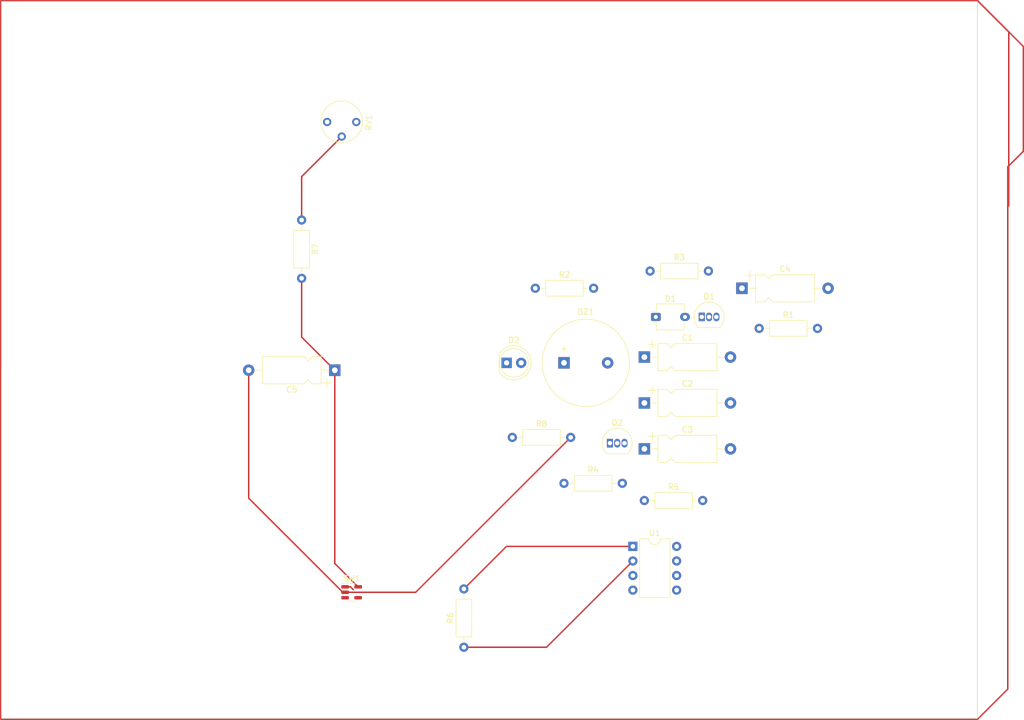
<source format=kicad_pcb>
(kicad_pcb (version 20211014) (generator pcbnew)
  (title_block (title "gammaray2usb") (date "2021-12-27") (rev "0.2x") (company "Fort Sand, Inc."))
  (layers (0 "F.Cu" signal) (31 "B.Cu" signal) (34 "B.Paste" user) (35 "F.Paste" user) (36 "B.SilkS" user "B.Silkscreen") (37 "F.SilkS" user "F.Silkscreen") (38 "B.Mask" user) (39 "F.Mask" user) (44 "Edge.Cuts" user))
  (net 0 "")
  (net 1 "Net-(BZ1-Pad1)")
  (net 2 "GND")
  (net 3 "Net-(C1-Pad1)")
  (net 4 "Net-(C2-Pad1)")
  (net 5 "+9V")
  (net 6 "Net-(C4-Pad1)")
  (net 7 "Net-(C5-Pad1)")
  (net 8 "Net-(D1-Pad2)")
  (net 9 "Net-(D2-Pad2)")
  (net 10 "Net-(Q1-Pad3)")
  (net 11 "Net-(Q2-Pad1)")
  (net 12 "Net-(R5-Pad1)")
  (net 13 "Net-(R6-Pad2)")
  (net 14 "Net-(R7-Pad1)")
  (net 15 "GNDREF")
  (footprint "Resistor_THT:R_Axial_DIN0207_L6.3mm_D2.5mm_P10.16mm_Horizontal" (layer "F.Cu") (at 163 85)
    (fp_text reference "R2" (at 5.08 -2.37) (layer "F.SilkS"))
    (fp_text value "1.5M")
    (fp_line (start 1.81 1.37) (end 8.35 1.37) (layer "F.SilkS") (width 0.12))
    (fp_line (start 1.04 0) (end 1.81 0) (layer "F.SilkS") (width 0.12))
    (fp_line (start 1.81 -1.37) (end 1.81 1.37) (layer "F.SilkS") (width 0.12))
    (fp_line (start 9.12 0) (end 8.35 0) (layer "F.SilkS") (width 0.12))
    (fp_line (start 8.35 1.37) (end 8.35 -1.37) (layer "F.SilkS") (width 0.12))
    (fp_line (start 8.35 -1.37) (end 1.81 -1.37) (layer "F.SilkS") (width 0.12))
    (pad "1" thru_hole circle locked (at 0 0) (size 1.6 1.6) (drill 0.8) (layers *.Cu *.Mask) (net 3 "Net-(C1-Pad1)"))
    (pad "2" thru_hole oval locked (at 10.16 0) (size 1.6 1.6) (drill 0.8) (layers *.Cu *.Mask) (net 11 "Net-(Q2-Pad1)"))
  )
  (footprint "Package_DIP:DIP-8_W7.62mm" (layer "F.Cu") (at 180 130)
    (fp_text reference "U1" (at 3.81 -2.33) (layer "F.SilkS"))
    (fp_text value "LM358")
    (fp_line (start 2.81 -1.33) (end 1.16 -1.33) (layer "F.SilkS") (width 0.12))
    (fp_line (start 6.46 8.95) (end 6.46 -1.33) (layer "F.SilkS") (width 0.12))
    (fp_line (start 6.46 -1.33) (end 4.81 -1.33) (layer "F.SilkS") (width 0.12))
    (fp_line (start 1.16 8.95) (end 6.46 8.95) (layer "F.SilkS") (width 0.12))
    (fp_line (start 1.16 -1.33) (end 1.16 8.95) (layer "F.SilkS") (width 0.12))
    (fp_arc (start 4.81 -1.33) (mid 3.81 -0.33) (end 2.81 -1.33) (layer "F.SilkS") (width 0.12))
    (pad "1" thru_hole rect locked (at 0 0) (size 1.6 1.6) (drill 0.8) (layers *.Cu *.Mask) (net 13 "Net-(R6-Pad2)"))
    (pad "2" thru_hole oval locked (at 0 2.54) (size 1.6 1.6) (drill 0.8) (layers *.Cu *.Mask) (net 12 "Net-(R5-Pad1)"))
    (pad "3" thru_hole oval locked (at 0 5.08) (size 1.6 1.6) (drill 0.8) (layers *.Cu *.Mask) (net 10 "Net-(Q1-Pad3)"))
    (pad "4" thru_hole oval locked (at 0 7.62) (size 1.6 1.6) (drill 0.8) (layers *.Cu *.Mask))
    (pad "5" thru_hole oval locked (at 7.62 7.62) (size 1.6 1.6) (drill 0.8) (layers *.Cu *.Mask))
    (pad "6" thru_hole oval locked (at 7.62 5.08) (size 1.6 1.6) (drill 0.8) (layers *.Cu *.Mask))
    (pad "7" thru_hole oval locked (at 7.62 2.54) (size 1.6 1.6) (drill 0.8) (layers *.Cu *.Mask))
    (pad "8" thru_hole oval locked (at 7.62 0) (size 1.6 1.6) (drill 0.8) (layers *.Cu *.Mask))
  )
  (footprint "Capacitor_THT:CP_Axial_L10.0mm_D4.5mm_P15.00mm_Horizontal" (layer "F.Cu") (at 182 105)
    (fp_text reference "C2" (at 7.5 -3.37) (layer "F.SilkS"))
    (fp_text value "100 uF")
    (fp_line (start 2.38 2.37) (end 3.88 2.37) (layer "F.SilkS") (width 0.12))
    (fp_line (start 5.38 -2.37) (end 12.62 -2.37) (layer "F.SilkS") (width 0.12))
    (fp_line (start 1.24 0) (end 2.38 0) (layer "F.SilkS") (width 0.12))
    (fp_line (start 0.63 -2.2) (end 2.13 -2.2) (layer "F.SilkS") (width 0.12))
    (fp_line (start 1.38 -2.95) (end 1.38 -1.45) (layer "F.SilkS") (width 0.12))
    (fp_line (start 2.38 -2.37) (end 3.88 -2.37) (layer "F.SilkS") (width 0.12))
    (fp_line (start 4.63 1.62) (end 5.38 2.37) (layer "F.SilkS") (width 0.12))
    (fp_line (start 3.88 -2.37) (end 4.63 -1.62) (layer "F.SilkS") (width 0.12))
    (fp_line (start 4.63 -1.62) (end 5.38 -2.37) (layer "F.SilkS") (width 0.12))
    (fp_line (start 12.62 -2.37) (end 12.62 2.37) (layer "F.SilkS") (width 0.12))
    (fp_line (start 13.76 0) (end 12.62 0) (layer "F.SilkS") (width 0.12))
    (fp_line (start 2.38 -2.37) (end 2.38 2.37) (layer "F.SilkS") (width 0.12))
    (fp_line (start 3.88 2.37) (end 4.63 1.62) (layer "F.SilkS") (width 0.12))
    (fp_line (start 5.38 2.37) (end 12.62 2.37) (layer "F.SilkS") (width 0.12))
    (pad "1" thru_hole rect locked (at 0 0) (size 2 2) (drill 1) (layers *.Cu *.Mask) (net 4 "Net-(C2-Pad1)"))
    (pad "2" thru_hole oval locked (at 15 0) (size 2 2) (drill 1) (layers *.Cu *.Mask) (net 2 "GND"))
  )
  (footprint "Resistor_THT:R_Axial_DIN0207_L6.3mm_D2.5mm_P10.16mm_Horizontal" (layer "F.Cu") (at 182 122)
    (fp_text reference "R5" (at 5.08 -2.37) (layer "F.SilkS"))
    (fp_text value "1k")
    (fp_line (start 1.81 -1.37) (end 1.81 1.37) (layer "F.SilkS") (width 0.12))
    (fp_line (start 8.35 1.37) (end 8.35 -1.37) (layer "F.SilkS") (width 0.12))
    (fp_line (start 9.12 0) (end 8.35 0) (layer "F.SilkS") (width 0.12))
    (fp_line (start 1.81 1.37) (end 8.35 1.37) (layer "F.SilkS") (width 0.12))
    (fp_line (start 1.04 0) (end 1.81 0) (layer "F.SilkS") (width 0.12))
    (fp_line (start 8.35 -1.37) (end 1.81 -1.37) (layer "F.SilkS") (width 0.12))
    (pad "1" thru_hole circle locked (at 0 0) (size 1.6 1.6) (drill 0.8) (layers *.Cu *.Mask) (net 12 "Net-(R5-Pad1)"))
    (pad "2" thru_hole oval locked (at 10.16 0) (size 1.6 1.6) (drill 0.8) (layers *.Cu *.Mask) (net 6 "Net-(C4-Pad1)"))
  )
  (footprint "Package_TO_SOT_THT:TO-92_Inline" (layer "F.Cu") (at 192 90)
    (fp_text reference "Q1" (at 1.27 -3.56) (layer "F.SilkS"))
    (fp_text value "2N7000")
    (fp_line (start -0.53 1.85) (end 3.07 1.85) (layer "F.SilkS") (width 0.12))
    (fp_arc (start 1.27 -2.6) (mid 3.672087 -0.994977) (end 3.108478 1.838478) (layer "F.SilkS") (width 0.12))
    (fp_arc (start -0.568478 1.838478) (mid -1.132087 -0.994977) (end 1.27 -2.6) (layer "F.SilkS") (width 0.12))
    (pad "1" thru_hole rect locked (at 0 0) (size 1.05 1.5) (drill 0.75) (layers *.Cu *.Mask) (net 2 "GND"))
    (pad "2" thru_hole oval locked (at 1.27 0) (size 1.05 1.5) (drill 0.75) (layers *.Cu *.Mask) (net 8 "Net-(D1-Pad2)"))
    (pad "3" thru_hole oval locked (at 2.54 0) (size 1.05 1.5) (drill 0.75) (layers *.Cu *.Mask) (net 10 "Net-(Q1-Pad3)"))
  )
  (footprint "Resistor_THT:R_Axial_DIN0207_L6.3mm_D2.5mm_P10.16mm_Horizontal" (layer "F.Cu") (at 202 92)
    (fp_text reference "R1" (at 5.08 -2.37) (layer "F.SilkS"))
    (fp_text value "10M")
    (fp_line (start 1.81 -1.37) (end 1.81 1.37) (layer "F.SilkS") (width 0.12))
    (fp_line (start 8.35 -1.37) (end 1.81 -1.37) (layer "F.SilkS") (width 0.12))
    (fp_line (start 1.81 1.37) (end 8.35 1.37) (layer "F.SilkS") (width 0.12))
    (fp_line (start 1.04 0) (end 1.81 0) (layer "F.SilkS") (width 0.12))
    (fp_line (start 9.12 0) (end 8.35 0) (layer "F.SilkS") (width 0.12))
    (fp_line (start 8.35 1.37) (end 8.35 -1.37) (layer "F.SilkS") (width 0.12))
    (pad "1" thru_hole circle locked (at 0 0) (size 1.6 1.6) (drill 0.8) (layers *.Cu *.Mask) (net 8 "Net-(D1-Pad2)"))
    (pad "2" thru_hole oval locked (at 10.16 0) (size 1.6 1.6) (drill 0.8) (layers *.Cu *.Mask) (net 2 "GND"))
  )
  (footprint "Resistor_THT:R_Axial_DIN0207_L6.3mm_D2.5mm_P10.16mm_Horizontal" (layer "F.Cu") (at 168 119)
    (fp_text reference "R4" (at 5.08 -2.37) (layer "F.SilkS"))
    (fp_text value "150k")
    (fp_line (start 1.81 -1.37) (end 1.81 1.37) (layer "F.SilkS") (width 0.12))
    (fp_line (start 8.35 1.37) (end 8.35 -1.37) (layer "F.SilkS") (width 0.12))
    (fp_line (start 9.12 0) (end 8.35 0) (layer "F.SilkS") (width 0.12))
    (fp_line (start 1.04 0) (end 1.81 0) (layer "F.SilkS") (width 0.12))
    (fp_line (start 8.35 -1.37) (end 1.81 -1.37) (layer "F.SilkS") (width 0.12))
    (fp_line (start 1.81 1.37) (end 8.35 1.37) (layer "F.SilkS") (width 0.12))
    (pad "1" thru_hole circle locked (at 0 0) (size 1.6 1.6) (drill 0.8) (layers *.Cu *.Mask) (net 5 "+9V"))
    (pad "2" thru_hole oval locked (at 10.16 0) (size 1.6 1.6) (drill 0.8) (layers *.Cu *.Mask) (net 4 "Net-(C2-Pad1)"))
  )
  (footprint "Capacitor_THT:CP_Axial_L10.0mm_D4.5mm_P15.00mm_Horizontal" (layer "F.Cu") (at 128.072689 99.286659 180)
    (fp_text reference "C5" (at 7.5 -3.37) (layer "F.SilkS"))
    (fp_text value "0.01µF")
    (fp_line (start 12.62 -2.37) (end 12.62 2.37) (layer "F.SilkS") (width 0.12))
    (fp_line (start 1.38 -2.95) (end 1.38 -1.45) (layer "F.SilkS") (width 0.12))
    (fp_line (start 0.63 -2.2) (end 2.13 -2.2) (layer "F.SilkS") (width 0.12))
    (fp_line (start 5.38 2.37) (end 12.62 2.37) (layer "F.SilkS") (width 0.12))
    (fp_line (start 2.38 2.37) (end 3.88 2.37) (layer "F.SilkS") (width 0.12))
    (fp_line (start 2.38 -2.37) (end 2.38 2.37) (layer "F.SilkS") (width 0.12))
    (fp_line (start 4.63 -1.62) (end 5.38 -2.37) (layer "F.SilkS") (width 0.12))
    (fp_line (start 5.38 -2.37) (end 12.62 -2.37) (layer "F.SilkS") (width 0.12))
    (fp_line (start 4.63 1.62) (end 5.38 2.37) (layer "F.SilkS") (width 0.12))
    (fp_line (start 1.24 0) (end 2.38 0) (layer "F.SilkS") (width 0.12))
    (fp_line (start 13.76 0) (end 12.62 0) (layer "F.SilkS") (width 0.12))
    (fp_line (start 3.88 -2.37) (end 4.63 -1.62) (layer "F.SilkS") (width 0.12))
    (fp_line (start 2.38 -2.37) (end 3.88 -2.37) (layer "F.SilkS") (width 0.12))
    (fp_line (start 3.88 2.37) (end 4.63 1.62) (layer "F.SilkS") (width 0.12))
    (pad "1" thru_hole rect locked (at 0 0 180) (size 2 2) (drill 1) (layers *.Cu *.Mask) (net 7 "Net-(C5-Pad1)"))
    (pad "2" thru_hole oval locked (at 15 0 180) (size 2 2) (drill 1) (layers *.Cu *.Mask) (net 1 "Net-(BZ1-Pad1)"))
  )
  (footprint "Package_TO_SOT_SMD:SOT-23-5" (layer "F.Cu") (at 131 138)
    (fp_text reference "SW1" (at 0 -2.4) (layer "F.SilkS"))
    (fp_text value "TS5A3166DBVR")
    (fp_line (start 0 1.56) (end -0.8 1.56) (layer "F.SilkS") (width 0.12))
    (fp_line (start 0 -1.56) (end -1.8 -1.56) (layer "F.SilkS") (width 0.12))
    (fp_line (start 0 -1.56) (end 0.8 -1.56) (layer "F.SilkS") (width 0.12))
    (fp_line (start 0 1.56) (end 0.8 1.56) (layer "F.SilkS") (width 0.12))
    (pad "1" smd roundrect locked (at -1.1375 -0.95) (size 1.325 0.6) (layers "F.Cu" "F.Paste" "F.Mask") (net 13 "Net-(R6-Pad2)"))
    (pad "2" smd roundrect locked (at -1.1375 0) (size 1.325 0.6) (layers "F.Cu" "F.Paste" "F.Mask") (net 1 "Net-(BZ1-Pad1)"))
    (pad "3" smd roundrect locked (at -1.1375 0.95) (size 1.325 0.6) (layers "F.Cu" "F.Paste" "F.Mask") (net 15 "GNDREF"))
    (pad "4" smd roundrect locked (at 1.1375 0.95) (size 1.325 0.6) (layers "F.Cu" "F.Paste" "F.Mask"))
    (pad "5" smd roundrect locked (at 1.1375 -0.95) (size 1.325 0.6) (layers "F.Cu" "F.Paste" "F.Mask") (net 7 "Net-(C5-Pad1)"))
  )
  (footprint "Potentiometer_THT:Potentiometer_Vishay_T7-YA_Single_Vertical" (layer "F.Cu") (at 126.738361 56.013878 -90)
    (fp_text reference "RV1" (at 0.11 -7.29 90) (layer "F.SilkS"))
    (fp_text value "250kΩ")
    (fp_circle (center -0.041 -2.54) (end 3.579 -2.54) (layer "F.SilkS") (width 0.12) (fill none))
    (pad "1" thru_hole circle locked (at 0 0 270) (size 1.44 1.44) (drill 0.8) (layers *.Cu *.Mask) (net 5 "+9V"))
    (pad "2" thru_hole circle locked (at 2.54 -2.54 270) (size 1.44 1.44) (drill 0.8) (layers *.Cu *.Mask) (net 14 "Net-(R7-Pad1)"))
    (pad "3" thru_hole circle locked (at 0 -5.08 270) (size 1.44 1.44) (drill 0.8) (layers *.Cu *.Mask) (net 2 "GND"))
  )
  (footprint "Resistor_THT:R_Axial_DIN0207_L6.3mm_D2.5mm_P10.16mm_Horizontal" (layer "F.Cu") (at 183 82)
    (fp_text reference "R3" (at 5.08 -2.37) (layer "F.SilkS"))
    (fp_text value "56k")
    (fp_line (start 8.35 1.37) (end 8.35 -1.37) (layer "F.SilkS") (width 0.12))
    (fp_line (start 1.04 0) (end 1.81 0) (layer "F.SilkS") (width 0.12))
    (fp_line (start 9.12 0) (end 8.35 0) (layer "F.SilkS") (width 0.12))
    (fp_line (start 1.81 -1.37) (end 1.81 1.37) (layer "F.SilkS") (width 0.12))
    (fp_line (start 8.35 -1.37) (end 1.81 -1.37) (layer "F.SilkS") (width 0.12))
    (fp_line (start 1.81 1.37) (end 8.35 1.37) (layer "F.SilkS") (width 0.12))
    (pad "1" thru_hole circle locked (at 0 0) (size 1.6 1.6) (drill 0.8) (layers *.Cu *.Mask) (net 11 "Net-(Q2-Pad1)"))
    (pad "2" thru_hole oval locked (at 10.16 0) (size 1.6 1.6) (drill 0.8) (layers *.Cu *.Mask) (net 10 "Net-(Q1-Pad3)"))
  )
  (footprint "Capacitor_THT:CP_Axial_L10.0mm_D4.5mm_P15.00mm_Horizontal" (layer "F.Cu") (at 199 85)
    (fp_text reference "C4" (at 7.5 -3.37) (layer "F.SilkS"))
    (fp_text value "20nF")
    (fp_line (start 2.38 -2.37) (end 2.38 2.37) (layer "F.SilkS") (width 0.12))
    (fp_line (start 0.63 -2.2) (end 2.13 -2.2) (layer "F.SilkS") (width 0.12))
    (fp_line (start 3.88 -2.37) (end 4.63 -1.62) (layer "F.SilkS") (width 0.12))
    (fp_line (start 1.38 -2.95) (end 1.38 -1.45) (layer "F.SilkS") (width 0.12))
    (fp_line (start 2.38 -2.37) (end 3.88 -2.37) (layer "F.SilkS") (width 0.12))
    (fp_line (start 5.38 -2.37) (end 12.62 -2.37) (layer "F.SilkS") (width 0.12))
    (fp_line (start 3.88 2.37) (end 4.63 1.62) (layer "F.SilkS") (width 0.12))
    (fp_line (start 13.76 0) (end 12.62 0) (layer "F.SilkS") (width 0.12))
    (fp_line (start 2.38 2.37) (end 3.88 2.37) (layer "F.SilkS") (width 0.12))
    (fp_line (start 5.38 2.37) (end 12.62 2.37) (layer "F.SilkS") (width 0.12))
    (fp_line (start 1.24 0) (end 2.38 0) (layer "F.SilkS") (width 0.12))
    (fp_line (start 12.62 -2.37) (end 12.62 2.37) (layer "F.SilkS") (width 0.12))
    (fp_line (start 4.63 1.62) (end 5.38 2.37) (layer "F.SilkS") (width 0.12))
    (fp_line (start 4.63 -1.62) (end 5.38 -2.37) (layer "F.SilkS") (width 0.12))
    (pad "1" thru_hole rect locked (at 0 0) (size 2 2) (drill 1) (layers *.Cu *.Mask) (net 6 "Net-(C4-Pad1)"))
    (pad "2" thru_hole oval locked (at 15 0) (size 2 2) (drill 1) (layers *.Cu *.Mask) (net 2 "GND"))
  )
  (footprint "Resistor_THT:R_Axial_DIN0207_L6.3mm_D2.5mm_P10.16mm_Horizontal" (layer "F.Cu") (at 159 111)
    (fp_text reference "R8" (at 5.08 -2.37) (layer "F.SilkS"))
    (fp_text value "1k")
    (fp_line (start 8.35 1.37) (end 8.35 -1.37) (layer "F.SilkS") (width 0.12))
    (fp_line (start 1.81 -1.37) (end 1.81 1.37) (layer "F.SilkS") (width 0.12))
    (fp_line (start 8.35 -1.37) (end 1.81 -1.37) (layer "F.SilkS") (width 0.12))
    (fp_line (start 1.04 0) (end 1.81 0) (layer "F.SilkS") (width 0.12))
    (fp_line (start 1.81 1.37) (end 8.35 1.37) (layer "F.SilkS") (width 0.12))
    (fp_line (start 9.12 0) (end 8.35 0) (layer "F.SilkS") (width 0.12))
    (pad "1" thru_hole circle locked (at 0 0) (size 1.6 1.6) (drill 0.8) (layers *.Cu *.Mask) (net 9 "Net-(D2-Pad2)"))
    (pad "2" thru_hole oval locked (at 10.16 0) (size 1.6 1.6) (drill 0.8) (layers *.Cu *.Mask) (net 1 "Net-(BZ1-Pad1)"))
  )
  (footprint "OptoDevice:Osram_DIL2_4.3x4.65mm_P5.08mm" (layer "F.Cu") (at 184 90)
    (fp_text reference "D1" (at 2.54 -3.17) (layer "F.SilkS"))
    (fp_text value "BPW34")
    (fp_line (start 0.08 -2.26) (end 0.08 -0.96) (layer "F.SilkS") (width 0.12))
    (fp_line (start 4.95 1.06) (end 4.95 2.26) (layer "F.SilkS") (width 0.12))
    (fp_line (start 4.95 2.26) (end 0.08 2.26) (layer "F.SilkS") (width 0.12))
    (fp_line (start 4.95 -2.26) (end 4.95 -1.06) (layer "F.SilkS") (width 0.12))
    (fp_line (start 0.08 -2.26) (end 4.95 -2.26) (layer "F.SilkS") (width 0.12))
    (fp_line (start 0.08 0.96) (end 0.08 2.26) (layer "F.SilkS") (width 0.12))
    (fp_line (start 0.08 0.96) (end -0.84 0.96) (layer "F.SilkS") (width 0.12))
    (fp_line (start 0.08 -0.96) (end -0.84 -0.96) (layer "F.SilkS") (width 0.12))
    (pad "1" thru_hole roundrect locked (at 0 0) (size 1.7 1.4) (drill 0.7) (layers *.Cu *.Mask) (roundrect_rratio 0.178) (net 3 "Net-(C1-Pad1)"))
    (pad "2" thru_hole oval locked (at 5.08 0) (size 1.7 1.4) (drill 0.7) (layers *.Cu *.Mask) (net 8 "Net-(D1-Pad2)"))
  )
  (footprint "Buzzer_Beeper:Buzzer_15x7.5RM7.6" (layer "F.Cu") (at 168 98)
    (fp_text reference "BZ1" (at 3.81 -8.89) (layer "F.SilkS"))
    (fp_text value "Buzzer")
    (fp_text user "+" (at -0.01 -2.54) (layer "F.SilkS"))
    (fp_circle (center 3.8 0) (end 11.4 0) (layer "F.SilkS") (width 0.12) (fill none))
    (pad "1" thru_hole rect locked (at 0 0) (size 2 2) (drill 1) (layers *.Cu *.Mask) (net 1 "Net-(BZ1-Pad1)"))
    (pad "2" thru_hole circle locked (at 7.6 0) (size 2 2) (drill 1) (layers *.Cu *.Mask) (net 2 "GND"))
  )
  (footprint "Capacitor_THT:CP_Axial_L10.0mm_D4.5mm_P15.00mm_Horizontal" (layer "F.Cu") (at 182 97)
    (fp_text reference "C1" (at 7.5 -3.37) (layer "F.SilkS"))
    (fp_text value "0.1µF")
    (fp_line (start 3.88 2.37) (end 4.63 1.62) (layer "F.SilkS") (width 0.12))
    (fp_line (start 1.24 0) (end 2.38 0) (layer "F.SilkS") (width 0.12))
    (fp_line (start 3.88 -2.37) (end 4.63 -1.62) (layer "F.SilkS") (width 0.12))
    (fp_line (start 2.38 2.37) (end 3.88 2.37) (layer "F.SilkS") (width 0.12))
    (fp_line (start 1.38 -2.95) (end 1.38 -1.45) (layer "F.SilkS") (width 0.12))
    (fp_line (start 12.62 -2.37) (end 12.62 2.37) (layer "F.SilkS") (width 0.12))
    (fp_line (start 5.38 2.37) (end 12.62 2.37) (layer "F.SilkS") (width 0.12))
    (fp_line (start 4.63 -1.62) (end 5.38 -2.37) (layer "F.SilkS") (width 0.12))
    (fp_line (start 0.63 -2.2) (end 2.13 -2.2) (layer "F.SilkS") (width 0.12))
    (fp_line (start 2.38 -2.37) (end 2.38 2.37) (layer "F.SilkS") (width 0.12))
    (fp_line (start 5.38 -2.37) (end 12.62 -2.37) (layer "F.SilkS") (width 0.12))
    (fp_line (start 13.76 0) (end 12.62 0) (layer "F.SilkS") (width 0.12))
    (fp_line (start 4.63 1.62) (end 5.38 2.37) (layer "F.SilkS") (width 0.12))
    (fp_line (start 2.38 -2.37) (end 3.88 -2.37) (layer "F.SilkS") (width 0.12))
    (pad "1" thru_hole rect locked (at 0 0) (size 2 2) (drill 1) (layers *.Cu *.Mask) (net 3 "Net-(C1-Pad1)"))
    (pad "2" thru_hole oval locked (at 15 0) (size 2 2) (drill 1) (layers *.Cu *.Mask) (net 2 "GND"))
  )
  (footprint "Resistor_THT:R_Axial_DIN0207_L6.3mm_D2.5mm_P10.16mm_Horizontal" (layer "F.Cu") (at 150.558634 147.577363 90)
    (fp_text reference "R6" (at 5.08 -2.37 90) (layer "F.SilkS"))
    (fp_text value "1.5M")
    (fp_line (start 1.04 0) (end 1.81 0) (layer "F.SilkS") (width 0.12))
    (fp_line (start 8.35 1.37) (end 8.35 -1.37) (layer "F.SilkS") (width 0.12))
    (fp_line (start 1.81 -1.37) (end 1.81 1.37) (layer "F.SilkS") (width 0.12))
    (fp_line (start 8.35 -1.37) (end 1.81 -1.37) (layer "F.SilkS") (width 0.12))
    (fp_line (start 1.81 1.37) (end 8.35 1.37) (layer "F.SilkS") (width 0.12))
    (fp_line (start 9.12 0) (end 8.35 0) (layer "F.SilkS") (width 0.12))
    (pad "1" thru_hole circle locked (at 0 0 90) (size 1.6 1.6) (drill 0.8) (layers *.Cu *.Mask) (net 12 "Net-(R5-Pad1)"))
    (pad "2" thru_hole oval locked (at 10.16 0 90) (size 1.6 1.6) (drill 0.8) (layers *.Cu *.Mask) (net 13 "Net-(R6-Pad2)"))
  )
  (footprint "Package_TO_SOT_THT:TO-92_Inline" (layer "F.Cu") (at 176 112)
    (fp_text reference "Q2" (at 1.27 -3.56) (layer "F.SilkS"))
    (fp_text value "2N3904")
    (fp_line (start -0.53 1.85) (end 3.07 1.85) (layer "F.SilkS") (width 0.12))
    (fp_arc (start -0.568478 1.838478) (mid -1.132087 -0.994977) (end 1.27 -2.6) (layer "F.SilkS") (width 0.12))
    (fp_arc (start 1.27 -2.6) (mid 3.672087 -0.994977) (end 3.108478 1.838478) (layer "F.SilkS") (width 0.12))
    (pad "1" thru_hole rect locked (at 0 0) (size 1.05 1.5) (drill 0.75) (layers *.Cu *.Mask) (net 11 "Net-(Q2-Pad1)"))
    (pad "2" thru_hole oval locked (at 1.27 0) (size 1.05 1.5) (drill 0.75) (layers *.Cu *.Mask) (net 4 "Net-(C2-Pad1)"))
    (pad "3" thru_hole oval locked (at 2.54 0) (size 1.05 1.5) (drill 0.75) (layers *.Cu *.Mask) (net 5 "+9V"))
  )
  (footprint "Capacitor_THT:CP_Axial_L10.0mm_D4.5mm_P15.00mm_Horizontal" (layer "F.Cu") (at 182 113)
    (fp_text reference "C3" (at 7.5 -3.37) (layer "F.SilkS"))
    (fp_text value "0.1µF")
    (fp_line (start 12.62 -2.37) (end 12.62 2.37) (layer "F.SilkS") (width 0.12))
    (fp_line (start 13.76 0) (end 12.62 0) (layer "F.SilkS") (width 0.12))
    (fp_line (start 1.24 0) (end 2.38 0) (layer "F.SilkS") (width 0.12))
    (fp_line (start 4.63 1.62) (end 5.38 2.37) (layer "F.SilkS") (width 0.12))
    (fp_line (start 3.88 2.37) (end 4.63 1.62) (layer "F.SilkS") (width 0.12))
    (fp_line (start 2.38 -2.37) (end 2.38 2.37) (layer "F.SilkS") (width 0.12))
    (fp_line (start 3.88 -2.37) (end 4.63 -1.62) (layer "F.SilkS") (width 0.12))
    (fp_line (start 2.38 -2.37) (end 3.88 -2.37) (layer "F.SilkS") (width 0.12))
    (fp_line (start 5.38 -2.37) (end 12.62 -2.37) (layer "F.SilkS") (width 0.12))
    (fp_line (start 4.63 -1.62) (end 5.38 -2.37) (layer "F.SilkS") (width 0.12))
    (fp_line (start 5.38 2.37) (end 12.62 2.37) (layer "F.SilkS") (width 0.12))
    (fp_line (start 0.63 -2.2) (end 2.13 -2.2) (layer "F.SilkS") (width 0.12))
    (fp_line (start 2.38 2.37) (end 3.88 2.37) (layer "F.SilkS") (width 0.12))
    (fp_line (start 1.38 -2.95) (end 1.38 -1.45) (layer "F.SilkS") (width 0.12))
    (pad "1" thru_hole rect locked (at 0 0) (size 2 2) (drill 1) (layers *.Cu *.Mask) (net 5 "+9V"))
    (pad "2" thru_hole oval locked (at 15 0) (size 2 2) (drill 1) (layers *.Cu *.Mask) (net 2 "GND"))
  )
  (footprint "LED_THT:LED_D5.0mm" (layer "F.Cu") (at 158 98)
    (fp_text reference "D2" (at 1.27 -3.96) (layer "F.SilkS"))
    (fp_text value "LED")
    (fp_line (start -1.29 -1.545) (end -1.29 1.545) (layer "F.SilkS") (width 0.12))
    (fp_arc (start -1.29 -1.54483) (mid 2.072002 -2.880433) (end 4.26 0.000462) (layer "F.SilkS") (width 0.12))
    (fp_arc (start 4.26 -0.000462) (mid 2.072002 2.880433) (end -1.29 1.54483) (layer "F.SilkS") (width 0.12))
    (fp_circle (center 1.27 0) (end 3.77 0) (layer "F.SilkS") (width 0.12) (fill none))
    (pad "1" thru_hole rect locked (at 0 0) (size 1.8 1.8) (drill 0.9) (layers *.Cu *.Mask) (net 2 "GND"))
    (pad "2" thru_hole circle locked (at 2.54 0) (size 1.8 1.8) (drill 0.9) (layers *.Cu *.Mask) (net 9 "Net-(D2-Pad2)"))
  )
  (footprint "Resistor_THT:R_Axial_DIN0207_L6.3mm_D2.5mm_P10.16mm_Horizontal" (layer "F.Cu") (at 122.294113 73.106101 -90)
    (fp_text reference "R7" (at 5.08 -2.37 90) (layer "F.SilkS"))
    (fp_text value "1k")
    (fp_line (start 1.81 -1.37) (end 1.81 1.37) (layer "F.SilkS") (width 0.12))
    (fp_line (start 1.04 0) (end 1.81 0) (layer "F.SilkS") (width 0.12))
    (fp_line (start 1.81 1.37) (end 8.35 1.37) (layer "F.SilkS") (width 0.12))
    (fp_line (start 8.35 -1.37) (end 1.81 -1.37) (layer "F.SilkS") (width 0.12))
    (fp_line (start 8.35 1.37) (end 8.35 -1.37) (layer "F.SilkS") (width 0.12))
    (fp_line (start 9.12 0) (end 8.35 0) (layer "F.SilkS") (width 0.12))
    (pad "1" thru_hole circle locked (at 0 0 270) (size 1.6 1.6) (drill 0.8) (layers *.Cu *.Mask) (net 14 "Net-(R7-Pad1)"))
    (pad "2" thru_hole oval locked (at 10.16 0 270) (size 1.6 1.6) (drill 0.8) (layers *.Cu *.Mask) (net 7 "Net-(C5-Pad1)"))
  )
  (gr_line (start 240 160) (end 70 160) (layer "Edge.Cuts") (width 0.1))
  (gr_line (start 70 35) (end 240 35) (layer "Edge.Cuts") (width 0.1))
  (gr_line (start 240 35) (end 240 160) (layer "Edge.Cuts") (width 0.1))
  (gr_line (start 70 160) (end 70 35) (layer "Edge.Cuts") (width 0.1))
  (segment (start 245.482852 40.306048) (end 240.051784 34.87498) (width 0.25) (layer "F.Cu") (net 0))
  (segment (start 240.051784 34.87498) (end 122.294113 34.87498) (width 0.25) (layer "F.Cu") (net 0))
  (segment (start 248.021923 42.845119) (end 240.051784 34.87498) (width 0.25) (layer "F.Cu") (net 0))
  (segment (start 69.948216 34.87498) (end 69.87498 34.948216) (width 0.25) (layer "F.Cu") (net 0))
  (segment (start 245.482852 70.656441) (end 245.482852 40.306048) (width 0.25) (layer "F.Cu") (net 0))
  (segment (start 245.307743 63.827214) (end 248.021923 61.113034) (width 0.25) (layer "F.Cu") (net 0))
  (segment (start 69.87498 34.948216) (end 69.87498 160.051784) (width 0.25) (layer "F.Cu") (net 0))
  (segment (start 245.307743 154.869061) (end 245.307743 63.827214) (width 0.25) (layer "F.Cu") (net 0))
  (segment (start 69.87498 160.051784) (end 69.948216 160.12502) (width 0.25) (layer "F.Cu") (net 0))
  (segment (start 69.948216 160.12502) (end 240.051784 160.12502) (width 0.25) (layer "F.Cu") (net 0))
  (segment (start 240.051784 34.87498) (end 69.948216 34.87498) (width 0.25) (layer "F.Cu") (net 0))
  (segment (start 240.051784 160.12502) (end 245.307743 154.869061) (width 0.25) (layer "F.Cu") (net 0))
  (segment (start 69.948216 34.87498) (end 122.294113 34.87498) (width 0.25) (layer "F.Cu") (net 0))
  (segment (start 248.021923 61.113034) (end 248.021923 42.845119) (width 0.25) (layer "F.Cu") (net 0))
  (segment (start 69.87498 34.948216) (end 69.87498 99.286659) (width 0.25) (layer "F.Cu") (net 0))
  (segment (start 129.8625 138) (end 142.16 138) (width 0.25) (layer "F.Cu") (net 1))
  (segment (start 129.478928 138) (end 129.8625 138) (width 0.25) (layer "F.Cu") (net 1))
  (segment (start 142.16 138) (end 169.16 111) (width 0.25) (layer "F.Cu") (net 1))
  (segment (start 113.072689 99.286659) (end 113.072689 121.593761) (width 0.25) (layer "F.Cu") (net 1))
  (segment (start 113.072689 121.593761) (end 129.478928 138) (width 0.25) (layer "F.Cu") (net 1))
  (segment (start 132.1375 137.05) (end 128.072689 132.985189) (width 0.25) (layer "F.Cu") (net 7))
  (segment (start 128.072689 132.985189) (end 128.072689 99.286659) (width 0.25) (layer "F.Cu") (net 7))
  (segment (start 122.294113 83.266101) (end 122.294113 93.508083) (width 0.25) (layer "F.Cu") (net 7))
  (segment (start 122.294113 93.508083) (end 128.072689 99.286659) (width 0.25) (layer "F.Cu") (net 7))
  (segment (start 164.962637 147.577363) (end 180 132.54) (width 0.25) (layer "F.Cu") (net 12))
  (segment (start 150.558634 147.577363) (end 164.962637 147.577363) (width 0.25) (layer "F.Cu") (net 12))
  (segment (start 129.8625 137.05) (end 130.803928 137.05) (width 0.25) (layer "F.Cu") (net 13))
  (segment (start 180 130) (end 157.975997 130) (width 0.25) (layer "F.Cu") (net 13))
  (segment (start 157.975997 130) (end 150.558634 137.417363) (width 0.25) (layer "F.Cu") (net 13))
  (segment (start 130.803928 137.05) (end 131.304408 137.55048) (width 0.25) (layer "F.Cu") (net 13))
  (segment (start 122.294113 65.538126) (end 129.278361 58.553878) (width 0.25) (layer "F.Cu") (net 14))
  (segment (start 122.294113 73.106101) (end 122.294113 65.538126) (width 0.25) (layer "F.Cu") (net 14))
)
</source>
